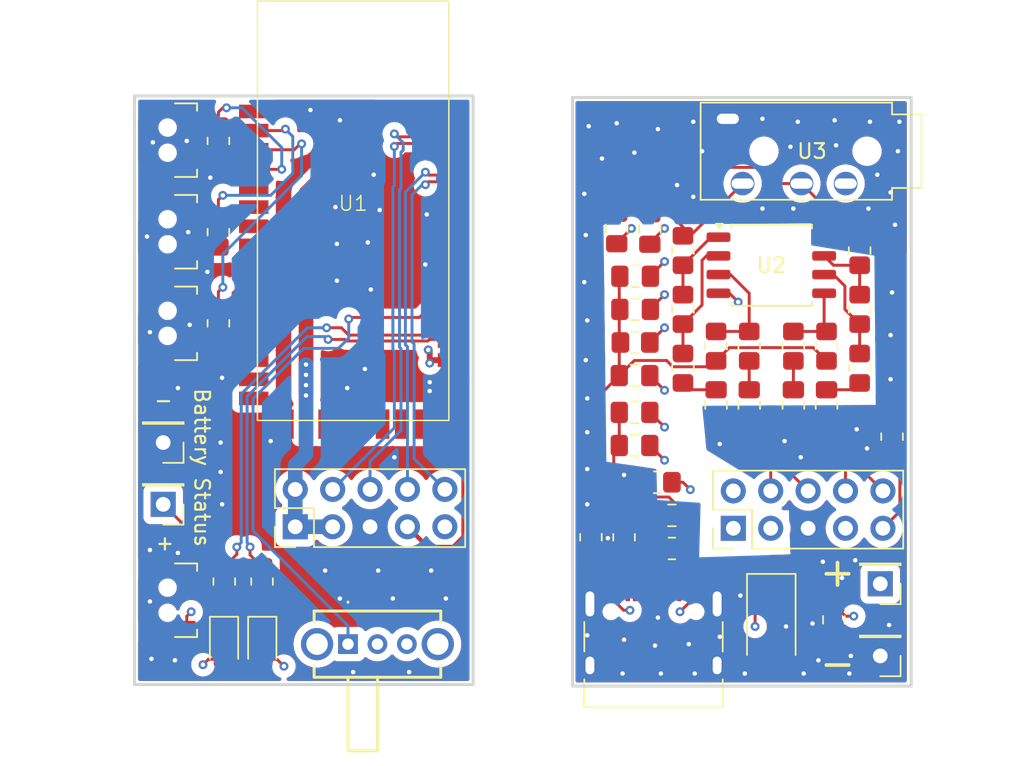
<source format=kicad_pcb>
(kicad_pcb (version 20241229) (generator "pcbnew") (generator_version "9.0")
  (layers (0 "F.Cu" signal) (4 "In1.Cu" signal) (6 "In2.Cu" signal) (2 "B.Cu" signal) (13 "F.Paste" user) (15 "B.Paste" user) (5 "F.SilkS" user "F.Silkscreen") (7 "B.SilkS" user "B.Silkscreen") (1 "F.Mask" user) (3 "B.Mask" user) (25 "Edge.Cuts" user))
  (net 0 "")
  (net 1 "GND")
  (net 2 "/VCHG")
  (net 4 "/MFB")
  (net 5 "/SPK_AN")
  (net 15 "Net-(U1-PIO8)")
  (net 18 "/LED2")
  (net 23 "Net-(U1-PIO1)")
  (net 26 "/VBAT")
  (net 28 "/SPK_AP")
  (net 29 "Net-(U1-PIO0)")
  (net 30 "/SPK_BP")
  (net 32 "/LED0")
  (net 37 "/SPK_BN")
  (net 38 "AGND")
  (net 39 "/VREF")
  (net 40 "Net-(C6-Pad2)")
  (net 41 "Net-(C7-Pad2)")
  (net 42 "Net-(C8-Pad2)")
  (net 43 "Net-(C9-Pad2)")
  (net 44 "Net-(D1-K)")
  (net 45 "Net-(D2-K)")
  (net 48 "Net-(J2-CC1)")
  (net 49 "Net-(J2-CC2)")
  (net 54 "Net-(R1-Pad1)")
  (net 55 "Net-(R2-Pad1)")
  (net 56 "Net-(R3-Pad1)")
  (net 57 "Net-(U2A--)")
  (net 58 "Net-(U2A-+)")
  (net 59 "Net-(R20-Pad1)")
  (net 60 "Net-(U2B--)")
  (net 61 "Net-(U2B-+)")
  (net 62 "Net-(R12-Pad2)")
  (net 63 "Net-(U3-Tip)")
  (net 64 "Net-(U3-Ring1)")
  (net 66 "Net-(J6-Pin_1)")
  (net 67 "/1V8")
  (net 68 "Net-(U2C-V+)")
  (footprint "TS-A002:TST-A002_0.6MM_BOSS" (layer "F.Cu") (at 117 90.0175 90)
    (property "Reference" "SW6" (hide yes))
    (property "Value" "Battery Status")
  )
  (footprint "Connector_PinHeader_2.54mm:PinHeader_2x05_P2.54mm_Vertical" (layer "F.Cu") (at 155.42 85.1275 90)
    (property "Reference" "J1" (hide yes))
    (property "Value" "Bottom")
  )
  (footprint "Capacitor_SMD:C_0805_2012Metric_Pad1.18x1.45mm_HandSolder" (layer "F.Cu") (at 148.75 70.25)
    (property "Reference" "C5" (hide yes))
    (property "Value" "22uF")
  )
  (footprint "Resistor_SMD:R_0805_2012Metric_Pad1.20x1.40mm_HandSolder" (layer "F.Cu") (at 152 66.25 90)
    (property "Reference" "R20" (hide yes))
    (property "Value" "47")
  )
  (footprint "Resistor_SMD:R_0805_2012Metric_Pad1.20x1.40mm_HandSolder" (layer "F.Cu") (at 151.25 86.5 180)
    (property "Reference" "R16" (hide yes))
    (property "Value" "10k")
  )
  (footprint "BTM308:BTM308" (layer "F.Cu") (at 129.6 63.55)
    (property "Reference" "U1")
    (property "Value" "Bluetooth Module")
  )
  (footprint "Resistor_SMD:R_0805_2012Metric_Pad1.20x1.40mm_HandSolder" (layer "F.Cu") (at 120.45 71.2 90)
    (property "Reference" "R2" (hide yes))
    (property "Value" "1k")
  )
  (footprint "Resistor_SMD:R_0805_2012Metric_Pad1.20x1.40mm_HandSolder" (layer "F.Cu") (at 164 66.25 90)
    (property "Reference" "R19" (hide yes))
    (property "Value" "47")
  )
  (footprint "Capacitor_SMD:C_0805_2012Metric_Pad1.18x1.45mm_HandSolder" (layer "F.Cu") (at 148.7125 77.25)
    (property "Reference" "C4" (hide yes))
    (property "Value" "100nF")
  )
  (footprint "Resistor_SMD:R_0805_2012Metric_Pad1.20x1.40mm_HandSolder" (layer "F.Cu") (at 145.75 85.7375 90)
    (property "Reference" "R17" (hide yes))
    (property "Value" "5.1k")
  )
  (footprint "Capacitor_SMD:C_0805_2012Metric_Pad1.18x1.45mm_HandSolder" (layer "F.Cu") (at 148.7125 79.5)
    (property "Reference" "C3" (hide yes))
    (property "Value" "22uF")
  )
  (footprint "Capacitor_SMD:C_0805_2012Metric_Pad1.18x1.45mm_HandSolder" (layer "F.Cu") (at 151.25 84.25)
    (property "Reference" "C12" (hide yes))
    (property "Value" "10uf")
  )
  (footprint "Connector_PinHeader_2.54mm:PinHeader_1x01_P2.54mm_Vertical" (layer "F.Cu") (at 116.7 79.3 180)
    (property "Reference" "J7" (hide yes))
    (property "Value" "Battery -")
  )
  (footprint "Diode_SMD:D_SMA" (layer "F.Cu") (at 158 91.7375 -90)
    (property "Reference" "D3" (hide yes))
    (property "Value" "SMAJ6.0A")
  )
  (footprint "Package_SO:SOIC-8_5.3x5.3mm_P1.27mm" (layer "F.Cu") (at 158 67.25)
    (property "Reference" "U2")
    (property "Value" "OPA1678")
  )
  (footprint "Resistor_SMD:R_0805_2012Metric_Pad1.20x1.40mm_HandSolder" (layer "F.Cu") (at 154.25 72.75 -90)
    (property "Reference" "R9" (hide yes))
    (property "Value" "10k")
  )
  (footprint "TS-A002:TST-A002_0.6MM_BOSS" (layer "F.Cu") (at 117 64.975 90)
    (property "Reference" "SW1" (hide yes))
    (property "Value" "PLAY")
  )
  (footprint "Connector_PinHeader_2.54mm:PinHeader_1x01_P2.54mm_Vertical" (layer "F.Cu") (at 116.7 83.5 180)
    (property "Reference" "J6" (hide yes))
    (property "Value" "Battery +")
  )
  (footprint "Resistor_SMD:R_0805_2012Metric_Pad1.20x1.40mm_HandSolder" (layer "F.Cu") (at 152 74.25 90)
    (property "Reference" "R6" (hide yes))
    (property "Value" "10k")
  )
  (footprint "Resistor_SMD:R_0805_2012Metric_Pad1.20x1.40mm_HandSolder" (layer "F.Cu") (at 120.846667 88.75 -90)
    (property "Reference" "R5" (hide yes))
    (property "Value" "1k")
  )
  (footprint "Resistor_SMD:R_0805_2012Metric_Pad1.20x1.40mm_HandSolder" (layer "F.Cu") (at 156.5 72.75 90)
    (property "Reference" "R7" (hide yes))
    (property "Value" "10k")
  )
  (footprint "Resistor_SMD:R_0805_2012Metric_Pad1.20x1.40mm_HandSolder" (layer "F.Cu") (at 120.45 65 90)
    (property "Reference" "R1" (hide yes))
    (property "Value" "1k")
  )
  (footprint "Resistor_SMD:R_0805_2012Metric_Pad1.20x1.40mm_HandSolder" (layer "F.Cu") (at 161.75 72.75 -90)
    (property "Reference" "R13" (hide yes))
    (property "Value" "10k")
  )
  (footprint "Connector_PinHeader_2.54mm:PinHeader_1x01_P2.54mm_Vertical" (layer "F.Cu") (at 165.4 93.8 180)
    (property "Reference" "J4" (hide yes))
    (property "Value" "Battery -")
  )
  (footprint "TS-A002:TST-A002_0.6MM_BOSS" (layer "F.Cu") (at 117 71.2 90)
    (property "Reference" "SW2" (hide yes))
    (property "Value" "VOL-")
  )
  (footprint "Resistor_SMD:R_0805_2012Metric_Pad1.20x1.40mm_HandSolder" (layer "F.Cu") (at 123.413333 88.75 -90)
    (property "Reference" "R4" (hide yes))
    (property "Value" "1k")
  )
  (footprint "Resistor_SMD:R_0805_2012Metric_Pad1.20x1.40mm_HandSolder" (layer "F.Cu") (at 164 74.25 90)
    (property "Reference" "R10" (hide yes))
    (property "Value" "10k")
  )
  (footprint "Connector_PinHeader_2.54mm:PinHeader_1x01_P2.54mm_Vertical" (layer "F.Cu") (at 165.4 88.9 180)
    (property "Reference" "J3" (hide yes))
    (property "Value" "Battery +")
  )
  (footprint "LED_SMD:LED_0805_2012Metric_Pad1.15x1.40mm_HandSolder" (layer "F.Cu") (at 123.428333 93 -90)
    (property "Reference" "D2" (hide yes))
    (property "Value" "RED")
  )
  (footprint "Capacitor_SMD:C_0805_2012Metric_Pad1.18x1.45mm_HandSolder" (layer "F.Cu") (at 156.5 76.75 90)
    (property "Reference" "C8" (hide yes))
    (property "Value" "1uF")
  )
  (footprint "TS-A002:TST-A002_0.6MM_BOSS" (layer "F.Cu") (at 117 58.75 90)
    (property "Reference" "SW3" (hide yes))
    (property "Value" "VOL+")
  )
  (footprint "PJ-320A_Library:PJ-320A" (layer "F.Cu") (at 168.2 61.7 180)
    (property "Reference" "U3")
    (property "Value" "PJ-320A")
  )
  (footprint "Capacitor_SMD:C_0805_2012Metric_Pad1.18x1.45mm_HandSolder" (layer "F.Cu") (at 161.75 76.75 90)
    (property "Reference" "C6" (hide yes))
    (property "Value" "1uF")
  )
  (footprint "Resistor_SMD:R_0805_2012Metric_Pad1.20x1.40mm_HandSolder" (layer "F.Cu") (at 120.45 58.8 90)
    (property "Reference" "R3" (hide yes))
    (property "Value" "1k")
  )
  (footprint "Capacitor_SMD:C_0805_2012Metric_Pad1.18x1.45mm_HandSolder" (layer "F.Cu") (at 148.75 68)
    (property "Reference" "C10" (hide yes))
    (property "Value" "22uF")
  )
  (footprint "Resistor_SMD:R_0805_2012Metric_Pad1.20x1.40mm_HandSolder" (layer "F.Cu") (at 159.5 72.75 90)
    (property "Reference" "R11" (hide yes))
    (property "Value" "10k")
  )
  (footprint "Resistor_SMD:R_0805_2012Metric_Pad1.20x1.40mm_HandSolder" (layer "F.Cu") (at 148.75 72.5)
    (property "Reference" "R15" (hide yes))
    (property "Value" "10k")
  )
  (footprint "Capacitor_SMD:C_0805_2012Metric_Pad1.18x1.45mm_HandSolder" (layer "F.Cu") (at 147.5 64.75 90)
    (property "Reference" "C11" (hide yes))
    (property "Value" "220uF")
  )
  (footprint "Capacitor_SMD:C_0805_2012Metric_Pad1.18x1.45mm_HandSolder" (layer "F.Cu") (at 162.25 91.35 -90)
    (property "Reference" "C1" (hide yes))
    (property "Value" "220uF")
  )
  (footprint "Capacitor_SMD:C_0805_2012Metric_Pad1.18x1.45mm_HandSolder" (layer "F.Cu") (at 154.25 76.75 90)
    (property "Reference" "C7" (hide yes))
    (property "Value" "1uF")
  )
  (footprint "Capacitor_SMD:C_0805_2012Metric_Pad1.18x1.45mm_HandSolder" (layer "F.Cu") (at 148.7125 74.75 180)
    (property "Reference" "C13" (hide yes))
    (property "Value" "10uf")
  )
  (footprint "Resistor_SMD:R_0805_2012Metric_Pad1.20x1.40mm_HandSolder" (layer "F.Cu") (at 152 70.25 90)
    (property "Reference" "R8" (hide yes))
    (property "Value" "10k")
  )
  (footprint "Resistor_SMD:R_0805_2012Metric_Pad1.20x1.40mm_HandSolder" (layer "F.Cu") (at 164 70.25 90)
    (property "Reference" "R12" (hide yes))
    (property "Value" "10k")
  )
  (footprint "Resistor_SMD:R_0805_2012Metric_Pad1.20x1.40mm_HandSolder" (layer "F.Cu") (at 150.25 82)
    (property "Reference" "R14" (hide yes))
    (property "Value" "0")
  )
  (footprint "Capacitor_SMD:C_0805_2012Metric_Pad1.18x1.45mm_HandSolder" (layer "F.Cu") (at 159.5 76.75 90)
    (property "Reference" "C9" (hide yes))
    (property "Value" "1uF")
  )
  (footprint "Connector_PinHeader_2.54mm:PinHeader_2x05_P2.54mm_Vertical" (layer "F.Cu") (at 125.67 85.025 90)
    (property "Reference" "J5" (hide yes))
    (property "Value" "Top")
  )
  (footprint "Resistor_SMD:R_0805_2012Metric_Pad1.20x1.40mm_HandSolder" (layer "F.Cu") (at 148 85.7375 90)
    (property "Reference" "R18" (hide yes))
    (property "Value" "5.1k")
  )
  (footprint "Resistor_SMD:R_0805_2012Metric_Pad1.20x1.40mm_HandSolder" (layer "F.Cu") (at 166.2 78.9 90)
    (property "Reference" "R21" (hide yes))
    (property "Value" "0")
  )
  (footprint "KiCad:SLW8645745ARAND" (layer "F.Cu") (at 129.25 93)
    (property "Reference" "SW4" (hide yes))
    (property "Value" "ON/OFF" (hide yes))
  )
  (footprint "Connector_USB:USB_C_Receptacle_HRO_TYPE-C-31-M-12" (layer "F.Cu") (at 150 93.3975)
    (property "Reference" "J2" (hide yes))
    (property "Value" "USB_C_Receptacle_USB2.0_16P")
  )
  (footprint "LED_SMD:LED_0805_2012Metric_Pad1.15x1.40mm_HandSolder" (layer "F.Cu") (at 120.831667 93 -90)
    (property "Reference" "D1" (hide yes))
    (property "Value" "BLUE")
  )
  (footprint "Capacitor_SMD:C_0805_2012Metric_Pad1.18x1.45mm_HandSolder" (layer "F.Cu") (at 149.75 64.7875 90)
    (property "Reference" "C2" (hide yes))
    (property "Value" "220uF")
  )
  (gr_rect (start 144.5 55.8525) (end 167.5 95.8525) (stroke (width 0.2)) (fill no) (layer "Edge.Cuts"))
  (gr_rect (start 114.75 55.75) (end 137.75 95.75) (stroke (width 0.2)) (fill no) (layer "Edge.Cuts"))
  (gr_text "+" (at 163.9 87.2 180) (layer "F.SilkS") (effects (font (size 2 2) (thickness 0.25)) (justify left bottom)))
  (gr_text "-" (at 163.9 93.4 180) (layer "F.SilkS") (effects (font (size 2 2) (thickness 0.25)) (justify left bottom)))
  (gr_text "Battery Status" (at 118.75 81 270) (layer "F.SilkS") (effects (font (size 1 1)) (justify bottom)))
  (gr_text "-" (at 116 77 0) (layer "F.SilkS") (effects (font (size 1 1)) (justify left bottom)))
  (gr_text "+" (at 116.1 86.7 0) (layer "F.SilkS") (effects (font (size 1 1)) (justify left bottom)))
  (segment (start 125.1 78.1) (end 124 79.2) (width 0.2) (layer "F.Cu") (net 1))
  (segment (start 148.5 82) (end 149.25 82) (width 0.2) (layer "F.Cu") (net 1))
  (segment (start 146.9 85.8) (end 146.9375 85.8) (width 0.2) (layer "F.Cu") (net 1))
  (segment (start 160.8 91.6) (end 160.9 91.5) (width 0.2) (layer "F.Cu") (net 1))
  (segment (start 145.835 90.2675) (end 146.75 89.3525) (width 0.2) (layer "F.Cu") (net 1))
  (segment (start 161.225 91.5) (end 162.1125 92.3875) (width 0.2) (layer "F.Cu") (net 1))
  (segment (start 134.8 75.8) (end 134.8 75.2) (width 0.4) (layer "F.Cu") (net 1))
  (segment (start 145.75 84.7375) (end 145.75 83.75) (width 0.2) (layer "F.Cu") (net 1))
  (segment (start 162.1125 92.3875) (end 162.25 92.3875) (width 0.2) (layer "F.Cu") (net 1))
  (segment (start 125.1 78.05) (end 125.1 78.1) (width 0.2) (layer "F.Cu") (net 1))
  (segment (start 160.9 91.5) (end 161.225 91.5) (width 0.2) (layer "F.Cu") (net 1))
  (segment (start 145.75 83.75) (end 145.5 83.5) (width 0.2) (layer "F.Cu") (net 1))
  (segment (start 135 75) (end 134.8 75.2) (width 0.4) (layer "F.Cu") (net 1))
  (segment (start 148 81.5) (end 148.5 82) (width 0.2) (layer "F.Cu") (net 1))
  (segment (start 158 92.8) (end 158 93.7375) (width 0.2) (layer "F.Cu") (net 1))
  (segment (start 153.25 89.3525) (end 153.405 89.3525) (width 0.2) (layer "F.Cu") (net 1))
  (segment (start 145.68 90.2675) (end 145.835 90.2675) (width 0.2) (layer "F.Cu") (net 1))
  (segment (start 136.35 75) (end 135 75) (width 0.4) (layer "F.Cu") (net 1))
  (segment (start 146.9375 85.8) (end 148 84.7375) (width 0.2) (layer "F.Cu") (net 1))
  (segment (start 159 91.8) (end 158 92.8) (width 0.2) (layer "F.Cu") (net 1))
  (segment (start 153.405 89.3525) (end 154.32 90.2675) (width 0.2) (layer "F.Cu") (net 1))
  (via (at 153.3 59.5) (size 0.6) (drill 0.3) (layers "F.Cu" "B.Cu") (net 1))
  (via (at 164.6 63.4) (size 0.6) (drill 0.3) (layers "F.Cu" "B.Cu") (net 1))
  (via (at 157.4 63.4) (size 0.6) (drill 0.3) (layers "F.Cu" "B.Cu") (net 1))
  (via (at 154.5 79.4) (size 0.6) (drill 0.3) (layers "F.Cu" "B.Cu") (net 1))
  (via (at 118.4 65) (size 0.6) (drill 0.3) (layers "F.Cu" "B.Cu") (net 1))
  (via (at 127.7 88) (size 0.6) (drill 0.3) (layers "F.Cu" "B.Cu") (net 1))
  (via (at 146.5 60) (size 0.6) (drill 0.3) (layers "F.Cu" "B.Cu") (net 1))
  (via (at 145.5 76.3) (size 0.6) (drill 0.3) (layers "F.Cu" "B.Cu") (net 1))
  (via (at 145.5 81.1) (size 0.6) (drill 0.3) (layers "F.Cu" "B.Cu") (net 1))
  (via (at 145.5 83.5) (size 0.6) (drill 0.3) (layers "F.Cu" "B.Cu") (net 1))
  (via (at 145.5 71) (size 0.6) (drill 0.3) (layers "F.Cu" "B.Cu") (net 1))
  (via (at 156.2 95) (size 0.6) (drill 0.3) (layers "F.Cu" "B.Cu") (net 1))
  (via (at 160.8 91.6) (size 0.6) (drill 0.3) (layers "F.Cu" "B.Cu") (net 1))
  (via (at 166.1 62.3) (size 0.6) (drill 0.3) (layers "F.Cu" "B.Cu") (net 1))
  (via (at 120.6 79.3) (size 0.6) (drill 0.3) (layers "F.Cu" "B.Cu") (net 1))
  (via (at 130.6 65.7) (size 0.6) (drill 0.3) (layers "F.Cu" "B.Cu") (net 1))
  (via (at 115.6 65.3) (size 0.6) (drill 0.3) (layers "F.Cu" "B.Cu") (net 1))
  (via (at 131 61.1) (size 0.6) (drill 0.3) (layers "F.Cu" "B.Cu") (net 1))
  (via (at 128.4 63.3) (size 0.6) (drill 0.3) (layers "F.Cu" "B.Cu") (net 1))
  (via (at 147.5 57.6) (size 0.6) (drill 0.3) (layers "F.Cu" "B.Cu") (net 1))
  (via (at 145.4 73.7) (size 0.6) (drill 0.3) (layers "F.Cu" "B.Cu") (net 1))
  (via (at 160 80.3) (size 0.6) (drill 0.3) (layers "F.Cu" "B.Cu") (net 1))
  (via (at 163.7 87.3) (size 0.6) (drill 0.3) (layers "F.Cu" "B.Cu") (net 1))
  (via (at 115.8 90.1) (size 0.6) (drill 0.3) (layers "F.Cu" "B.Cu") (net 1))
  (via (at 160.2 95) (size 0.6) (drill 0.3) (layers "F.Cu" "B.Cu") (net 1))
  (via (at 134.8 75.2) (size 0.6) (drill 0.3) (layers "F.Cu" "B.Cu") (net 1))
  (via (at 166.4 64.5) (size 0.6) (drill 0.3) (layers "F.Cu" "B.Cu") (net 1))
  (via (at 130.8 68.9) (size 0.6) (drill 0.3) (layers "F.Cu" "B.Cu") (net 1))
  (via (at 166.7 57.5) (size 0.6) (drill 0.3) (layers "F.Cu" "B.Cu") (net 1))
  (via (at 151.6 61.8) (size 0.6) (drill 0.3) (layers "F.Cu" "B.Cu") (net 1))
  (via (at 128.7 57.4) (size 0.6) (drill 0.3) (layers "F.Cu" "B.Cu") (net 1))
  (via (at 117.7 75.6) (size 0.6) (drill 0.3) (layers "F.Cu" "B.Cu") (net 1))
  (via (at 119.7 67.7) (size 0.6) (drill 0.3) (layers "F.Cu" "B.Cu") (net 1))
  (via (at 117.7 86.8) (size 0.6) (drill 0.3) (layers "F.Cu" "B.Cu") (net 1))
  (via (at 166.1 72) (size 0.6) (drill 0.3) (layers "F.Cu" "B.Cu") (net 1))
  (via (at 148 92.7) (size 0.6) (drill 0.3) (layers "F.Cu" "B.Cu") (net 1))
  (via (at 166.2 69.1) (size 0.6) (drill 0.3) (layers "F.Cu" "B.Cu") (net 1))
  (via (at 150.3 91.2) (size 0.6) (drill 0.3) (layers "F.Cu" "B.Cu") (net 1))
  (via (at 145.3 68.4) (size 0.6) (drill 0.3) (layers "F.Cu" "B.Cu") (net 1))
  (via (at 128.5 65.8) (size 0.6) (drill 0.3) (layers "F.Cu" "B.Cu") (net 1))
  (via (at 115.8 86.6) (size 0.6) (drill 0.3) (layers "F.Cu" "B.Cu") (net 1))
  (via (at 162.4 59.1) (size 0.6) (drill 0.3) (layers "F.Cu" "B.Cu") (net 1))
  (via (at 118.3 58.8) (size 0.6) (drill 0.3) (layers "F.Cu" "B.Cu") (net 1))
  (via (at 166.6 59.5) (size 0.6) (drill 0.3) (layers "F.Cu" "B.Cu") (net 1))
  (via (at 164.5 79.7) (size 0.6) (drill 0.3) (layers "F.Cu" "B.Cu") (net 1))
  (via (at 159.5 63.4) (size 0.6) (drill 0.3) (layers "F.Cu" "B.Cu") (net 1))
  (via (at 146.9 85.8) (size 0.6) (drill 0.3) (layers "F.Cu" "B.Cu") (net 1))
  (via (at 155.9 89.7) (size 0.6) (drill 0.3) (layers "F.Cu" "B.Cu") (net 1))
  (via (at 150.3 58) (size 0.6) (drill 0.3) (layers "F.Cu" "B.Cu") (net 1))
  (via (at 166 91.7) (size 0.6) (drill 0.3) (layers "F.Cu" "B.Cu") (net 1))
  (via (at 145.5 92.4) (size 0.6) (drill 0.3) (layers "F.Cu" "B.Cu") (net 1))
  (via (at 134.6 63.8) (size 0.6) (drill 0.3) (layers "F.Cu" "B.Cu") (net 1))
  (via (at 166.1 75) (size 0.6) (drill 0.3) (layers "F.Cu" "B.Cu") (net 1))
  (via (at 120.7 83.5) (size 0.6) (drill 0.3) (layers "F.Cu" "B.Cu") (net 1))
  (via (at 163.4 93.8) (size 0.6) (drill 0.3) (layers "F.Cu" "B.Cu") (net 1))
  (via (at 162.3 57.4) (size 0.6) (drill 0.3) (layers "F.Cu" "B.Cu") (net 1))
  (via (at 159 91.8) (size 0.6) (drill 0.3) (layers "F.Cu" "B.Cu") (net 1))
  (via (at 152.8 95) (size 0.6) (drill 0.3) (layers "F.Cu" "B.Cu") (net 1))
  (via (at 120.6 81.3) (size 0.6) (drill 0.3) (layers "F.Cu" "B.Cu") (net 1))
  (via (at 134.8 75.8) (size 0.6) (drill 0.3) (layers "F.Cu" "B.Cu") (net 1))
  (via (at 134.5 67.2) (size 0.6) (drill 0.3) (layers "F.Cu" "B.Cu") (net 1))
  (via (at 115.9 94) (size 0.6) (drill 0.3) (layers "F.Cu" "B.Cu") (net 1))
  (via (at 118.5 71.3) (size 0.6) (drill 0.3) (layers "F.Cu" "B.Cu") (net 1))
  (via (at 145.3 62.4) (size 0.6) (drill 0.3) (layers "F.Cu" "B.Cu") (net 1))
  (via (at 129.2 75.6) (size 0.6) (drill 0.3) (layers "F.Cu" "B.Cu") (net 1))
  (via (at 130.4 74.3) (size 0.6) (drill 0.3) (layers "F.Cu" "B.Cu") (net 1))
  (via (at 147.9 95) (size 0.6) (drill 0.3) (layers "F.Cu" "B.Cu") (net 1))
  (via (at 164.7 57.5) (size 0.6) (drill 0.3) (layers "F.Cu" "B.Cu") (net 1))
  (via (at 154.5 92.5) (size 0.6) (drill 0.3) (layers "F.Cu" "B.Cu") (net 1))
  (via (at 126.7 56.7) (size 0.6) (drill 0.3) (layers "F.Cu" "B.Cu") (net 1))
  (via (at 129.6 94.9) (size 0.6) (drill 0.3) (layers "F.Cu" "B.Cu") (net 1))
  (via (at 131.3 88) (size 0.6) (drill 0.3) (layers "F.Cu" "B.Cu") (net 1))
  (via (at 119.9 61.3) (size 0.6) (drill 0.3) (layers "F.Cu" "B.Cu") (net 1))
  (via (at 162.8 88.5) (size 0.6) (drill 0.3) (layers "F.Cu" "B.Cu") (net 1))
  (via (at 132.4 80.3) (size 0.6) (drill 0.3) (layers "F.Cu" "B.Cu") (net 1))
  (via (at 148 81.5) (size 0.6) (drill 0.3) (layers "F.Cu" "B.Cu") (net 1))
  (via (at 159.8 57.5) (size 0.6) (drill 0.3) (layers "F.Cu" "B.Cu") (net 1))
  (via (at 131.4 63.5) (size 0.6) (drill 0.3) (layers "F.Cu" "B.Cu") (net 1))
  (via (at 163.8 78.4) (size 0.6) (drill 0.3) (layers "F.Cu" "B.Cu") (net 1))
  (via (at 152.7 62.6) (size 0.6) (drill 0.3) (layers "F.Cu" "B.Cu") (net 1))
  (via (at 150.1 93.1) (size 0.6) (drill 0.3) (layers "F.Cu" "B.Cu") (net 1))
  (via (at 150.5 95) (size 0.6) (drill 0.3) (layers "F.Cu" "B.Cu") (net 1))
  (via (at 159.3 59.2) (size 0.6) (drill 0.3) (layers "F.Cu" "B.Cu") (net 1))
  (via (at 120.7 74.9) (size 0.6) (drill 0.3) (layers "F.Cu" "B.Cu") (net 1))
  (via (at 145.4 65.2) (size 0.6) (drill 0.3) (layers "F.Cu" "B.Cu") (net 1))
  (via (at 128.7 89.9) (size 0.6) (drill 0.3) (layers "F.Cu" "B.Cu") (net 1))
  (via (at 152.4 93) (size 0.6) (drill 0.3) (layers "F.Cu" "B.Cu") (net 1))
  (via (at 128.5 68.3) (size 0.6) (drill 0.3) (layers "F.Cu" "B.Cu") (net 1))
  (via (at 133.4 94.9) (size 0.6) (drill 0.3) (layers "F.Cu" "B.Cu") (net 1))
  (via (at 134.9 88) (size 0.6) (drill 0.3) (layers "F.Cu" "B.Cu") (net 1))
  (via (at 158.9 79.2) (size 0.6) (drill 0.3) (layers "F.Cu" "B.Cu") (net 1))
  (via (at 163.3 95) (size 0.6) (drill 0.3) (layers "F.Cu" "B.Cu") (net 1))
  (via (at 145.5 78.6) (size 0.6) (drill 0.3) (layers "F.Cu" "B.Cu") (net 1))
  (via (at 161.5 87.4) (size 0.6) (drill 0.3) (layers "F.Cu" "B.Cu") (net 1))
  (via (at 116 58.9) (size 0.6) (drill 0.3) (layers "F.Cu" "B.Cu") (net 1))
  (via (at 148.7 59.6) (size 0.6) (drill 0.3) (layers "F.Cu" "B.Cu") (net 1))
  (via (at 161.2 94.1) (size 0.6) (drill 0.3) (layers "F.Cu" "B.Cu") (net 1))
  (via (at 145.6 57.8) (size 0.6) (drill 0.3) (layers "F.Cu" "B.Cu") (net 1))
  (via (at 115.8 71.8) (size 0.6) (drill 0.3) (layers "F.Cu" "B.Cu") (net 1))
  (via (at 132.3 89.9) (size 0.6) (drill 0.3) (layers "F.Cu" "B.Cu") (net 1))
  (via (at 135.9 89.9) (size 0.6) (drill 0.3) (layers "F.Cu" "B.Cu") (net 1))
  (via (at 165.2 61.1) (size 0.6) (drill 0.3) (layers "F.Cu" "B.Cu") (net 1))
  (via (at 124 79.2) (size 0.6) (drill 0.3) (layers "F.Cu" "B.Cu") (net 1))
  (via (at 117.5 94.1) (size 0.6) (drill 0.3) (layers "F.Cu" "B.Cu") (net 1))
  (via (at 157.4 57.3) (size 0.6) (drill 0.3) (layers "F.Cu" "B.Cu") (net 1))
  (via (at 152.7 57.5) (size 0.6) (drill 0.3) (layers "F.Cu" "B.Cu") (net 1))
  (segment (start 152.45 89.3525) (end 152.45 90.15) (width 0.2) (layer "F.Cu") (net 2))
  (segment (start 152.45 90.15) (end 151.8 90.8) (width 0.2) (layer "F.Cu") (net 2))
  (segment (start 137.1 85.7) (end 136.4 86.4) (width 0.3) (layer "F.Cu") (net 2))
  (segment (start 147.55 89.3525) (end 147.55 90.2775) (width 0.2) (layer "F.Cu") (net 2))
  (segment (start 158 89.9) (end 158 89.7375) (width 0.2) (layer "F.Cu") (net 2))
  (segment (start 134.665 86.4) (end 133.29 85.025) (width 0.3) (layer "F.Cu") (net 2))
  (segment (start 147.55 90.2775) (end 147.9725 90.7) (width 0.2) (layer "F.Cu") (net 2))
  (segment (start 147.9725 90.7) (end 148.4 90.7) (width 0.2) (layer "F.Cu") (net 2))
  (segment (start 137.1 77.05) (end 137.1 85.7) (width 0.3) (layer "F.Cu") (net 2))
  (segment (start 136.4 86.4) (end 134.665 86.4) (width 0.3) (layer "F.Cu") (net 2))
  (segment (start 156.9 91) (end 158 89.9) (width 0.2) (layer "F.Cu") (net 2))
  (segment (start 136.35 76.3) (end 137.1 77.05) (width 0.3) (layer "F.Cu") (net 2))
  (segment (start 156.9 91.8) (end 156.9 91) (width 0.2) (layer "F.Cu") (net 2))
  (via (at 148.4 90.7) (size 0.6) (drill 0.3) (layers "F.Cu" "B.Cu") (net 2))
  (via (at 156.9 91.8) (size 0.6) (drill 0.3) (layers "F.Cu" "B.Cu") (net 2))
  (via (at 151.8 90.8) (size 0.6) (drill 0.3) (layers "F.Cu" "B.Cu") (net 2))
  (segment (start 129.4 70.8) (end 134.1 70.8) (width 0.2) (layer "F.Cu") (net 4))
  (segment (start 129.3 70.9) (end 129.4 70.8) (width 0.2) (layer "F.Cu") (net 4))
  (segment (start 134.1 70.8) (end 135.1 69.8) (width 0.2) (layer "F.Cu") (net 4))
  (segment (start 135.1 69.8) (end 136.35 69.8) (width 0.2) (layer "F.Cu") (net 4))
  (via (at 129.3 70.9) (size 0.6) (drill 0.3) (layers "F.Cu" "B.Cu") (net 4))
  (segment (start 129.3 70.9) (end 129.3 72.2) (width 0.2) (layer "B.Cu") (net 4))
  (segment (start 122.801 85.301) (end 129.25 91.75) (width 0.2) (layer "B.Cu") (net 4))
  (segment (start 129.3 72.2) (end 128.6 72.9) (width 0.2) (layer "B.Cu") (net 4))
  (segment (start 122.801 76.3332) (end 122.801 85.301) (width 0.2) (layer "B.Cu") (net 4))
  (segment (start 128.6 72.9) (end 126.2342 72.9) (width 0.2) (layer "B.Cu") (net 4))
  (segment (start 129.25 91.75) (end 129.25 93) (width 0.2) (layer "B.Cu") (net 4))
  (segment (start 126.2342 72.9) (end 122.801 76.3332) (width 0.2) (layer "B.Cu") (net 4))
  (segment (start 157.501103 80.225) (end 156.156802 80.225) (width 0.2) (layer "F.Cu") (net 5))
  (segment (start 154.25 77.925) (end 154.25 77.7875) (width 0.2) (layer "F.Cu") (net 5))
  (segment (start 135.925001 58.975001) (end 132.599999 58.975001) (width 0.2) (layer "F.Cu") (net 5))
  (segment (start 155.15 78.825) (end 154.25 77.925) (width 0.2) (layer "F.Cu") (net 5))
  (segment (start 156.156802 80.225) (end 155.15 79.218198) (width 0.2) (layer "F.Cu") (net 5))
  (segment (start 132.599999 58.975001) (end 132.4 59.175) (width 0.2) (layer "F.Cu") (net 5))
  (segment (start 157.96 82.5875) (end 157.96 80.683897) (width 0.2) (layer "F.Cu") (net 5))
  (segment (start 155.15 79.218198) (end 155.15 78.825) (width 0.2) (layer "F.Cu") (net 5))
  (segment (start 157.96 80.683897) (end 157.501103 80.225) (width 0.2) (layer "F.Cu") (net 5))
  (segment (start 136.35 59.4) (end 135.925001 58.975001) (width 0.2) (layer "F.Cu") (net 5))
  (via (at 132.4 59.175) (size 0.6) (drill 0.3) (layers "F.Cu" "B.Cu") (net 5))
  (segment (start 132.4 59.175) (end 132.4 61.828004) (width 0.2) (layer "B.Cu") (net 5))
  (segment (start 132.29904 61.928964) (end 132.29904 73.003976) (width 0.2) (layer "B.Cu") (net 5))
  (segment (start 132.29904 73.003976) (end 132.4 73.104936) (width 0.2) (layer "B.Cu") (net 5))
  (segment (start 132.4 61.828004) (end 132.29904 61.928964) (width 0.2) (layer "B.Cu") (net 5))
  (segment (start 132.4 78.295) (end 128.21 82.485) (width 0.2) (layer "B.Cu") (net 5))
  (segment (start 132.4 73.104936) (end 132.4 78.295) (width 0.2) (layer "B.Cu") (net 5))
  (segment (start 125 58) (end 124.9 58.1) (width 0.2) (layer "F.Cu") (net 15))
  (segment (start 120.45 62.8) (end 120.75 62.5) (width 0.2) (layer "F.Cu") (net 15))
  (segment (start 120.45 64) (end 120.45 62.8) (width 0.2) (layer "F.Cu") (net 15))
  (segment (start 124.9 58.1) (end 122.85 58.1) (width 0.2) (layer "F.Cu") (net 15))
  (via (at 125 58) (size 0.6) (drill 0.3) (layers "F.Cu" "B.Cu") (net 15))
  (via (at 120.75 62.5) (size 0.6) (drill 0.3) (layers "F.Cu" "B.Cu") (net 15))
  (segment (start 125.5 58.5) (end 125 58) (width 0.2) (layer "B.Cu") (net 15))
  (segment (start 125.5 61) (end 125.5 58.5) (width 0.2) (layer "B.Cu") (net 15))
  (segment (start 124 62.5) (end 125.5 61) (width 0.2) (layer "B.Cu") (net 15))
  (segment (start 120.75 62.5) (end 124 62.5) (width 0.2) (layer "B.Cu") (net 15))
  (segment (start 136.05 71.4) (end 136.35 71.1) (width 0.2) (layer "F.Cu") (net 18))
  (segment (start 134.501 71.999) (end 135.1 71.4) (width 0.2) (layer "F.Cu") (net 18))
  (segment (start 128.8 71.5) (end 129.299 71.999) (width 0.2) (layer "F.Cu") (net 18))
  (segment (start 121.7 86.4) (end 121.7 86.896667) (width 0.2) (layer "F.Cu") (net 18))
  (segment (start 129.299 71.999) (end 134.501 71.999) (width 0.2) (layer "F.Cu") (net 18))
  (segment (start 121.7 86.896667) (end 120.846667 87.75) (width 0.2) (layer "F.Cu") (net 18))
  (segment (start 135.1 71.4) (end 136.05 71.4) (width 0.2) (layer "F.Cu") (net 18))
  (segment (start 127.8 71.5) (end 128.8 71.5) (width 0.2) (layer "F.Cu") (net 18))
  (via (at 121.7 86.4) (size 0.6) (drill 0.3) (layers "F.Cu" "B.Cu") (net 18))
  (via (at 127.8 71.5) (size 0.6) (drill 0.3) (layers "F.Cu" "B.Cu") (net 18))
  (segment (start 121.999 86.101) (end 121.7 86.4) (width 0.2) (layer "B.Cu") (net 18))
  (segment (start 126.5 71.5) (end 121.999 76.001) (width 0.2) (layer "B.Cu") (net 18))
  (segment (start 127.8 71.5) (end 126.5 71.5) (width 0.2) (layer "B.Cu") (net 18))
  (segment (start 121.999 76.001) (end 121.999 86.101) (width 0.2) (layer "B.Cu") (net 18))
  (segment (start 120.45 69.05) (end 120.75 68.75) (width 0.2) (layer "F.Cu") (net 23))
  (segment (start 126 59) (end 125.6 59.4) (width 0.2) (layer "F.Cu") (net 23))
  (segment (start 126.1 59) (end 126 59) (width 0.2) (layer "F.Cu") (net 23))
  (segment (start 120.45 70.2) (end 120.45 69.05) (width 0.2) (layer "F.Cu") (net 23))
  (segment (start 125.6 59.4) (end 122.85 59.4) (width 0.2) (layer "F.Cu") (net 23))
  (via (at 126.1 59) (size 0.6) (drill 0.3) (layers "F.Cu" "B.Cu") (net 23))
  (via (at 120.75 68.75) (size 0.6) (drill 0.3) (layers "F.Cu" "B.Cu") (net 23))
  (segment (start 126.1 59) (end 126.1 61.15) (width 0.2) (layer "B.Cu") (net 23))
  (segment (start 126.1 61.15) (end 120.75 66.5) (width 0.2) (layer "B.Cu") (net 23))
  (segment (start 120.75 66.5) (end 120.75 68.75) (width 0.2) (layer "B.Cu") (net 23))
  (segment (start 165.58 85.1275) (end 166.731 83.9765) (width 0.2) (layer "F.Cu") (net 26))
  (segment (start 166.731 80.431) (end 166.2 79.9) (width 0.2) (layer "F.Cu") (net 26))
  (segment (start 147.675 79.5) (end 147.675 77.25) (width 0.2) (layer "F.Cu") (net 26))
  (segment (start 134.8 73.1) (end 134.8 73.9) (width 0.4) (layer "F.Cu") (net 26))
  (segment (start 148.101 83.001) (end 147.3 82.2) (width 0.2) (layer "F.Cu") (net 26))
  (segment (start 135 73.7) (end 134.8 73.9) (width 0.4) (layer "F.Cu") (net 26))
  (segment (start 120.831667 94.025) (end 119.775 94.025) (width 0.2) (layer "F.Cu") (net 26))
  (segment (start 136.35 73.7) (end 135 73.7) (width 0.4) (layer "F.Cu") (net 26))
  (segment (start 152.25 84.2875) (end 152.2875 84.25) (width 0.2) (layer "F.Cu") (net 26))
  (segment (start 147.3 82.2) (end 147.3 79.875) (width 0.2) (layer "F.Cu") (net 26))
  (segment (start 163.0375 91.1) (end 162.25 90.3125) (width 0.2) (layer "F.Cu") (net 26))
  (segment (start 159.7375 87.8) (end 153.55 87.8) (width 0.2) (layer "F.Cu") (net 26))
  (segment (start 119.775 94.025) (end 119.4 94.4) (width 0.2) (layer "F.Cu") (net 26))
  (segment (start 162.25 90.3125) (end 159.7375 87.8) (width 0.2) (layer "F.Cu") (net 26))
  (segment (start 152.25 86.5) (end 152.25 84.2875) (width 0.2) (layer "F.Cu") (net 26))
  (segment (start 123.428333 94.025) (end 124.425 94.025) (width 0.2) (layer "F.Cu") (net 26))
  (segment (start 166.731 83.9765) (end 166.731 80.431) (width 0.2) (layer "F.Cu") (net 26))
  (segment (start 152.2875 84.25) (end 151.0385 83.001) (width 0.2) (layer "F.Cu") (net 26))
  (segment (start 118.3 91.7175) (end 118.3 91.1) (width 0.2) (layer "F.Cu") (net 26))
  (segment (start 118.3 91.1) (end 118.6 90.8) (width 0.2) (layer "F.Cu") (net 26))
  (segment (start 147.3 79.875) (end 147.675 79.5) (width 0.2) (layer "F.Cu") (net 26))
  (segment (start 151.0385 83.001) (end 148.101 83.001) (width 0.2) (layer "F.Cu") (net 26))
  (segment (start 134.7 73) (end 134.8 73.1) (width 0.4) (layer "F.Cu") (net 26))
  (segment (start 124.425 94.025) (end 124.9 94.5) (width 0.2) (layer "F.Cu") (net 26))
  (segment (start 163.6 91.1) (end 163.0375 91.1) (width 0.2) (layer "F.Cu") (net 26))
  (segment (start 153.55 87.8) (end 152.25 86.5) (width 0.2) (layer "F.Cu") (net 26))
  (via (at 118.6 90.8) (size 0.6) (drill 0.3) (layers "F.Cu" "B.Cu") (net 26))
  (via (at 124.9 94.5) (size 0.6) (drill 0.3) (layers "F.Cu" "B.Cu") (net 26))
  (via (at 119.4 94.4) (size 0.6) (drill 0.3) (layers "F.Cu" "B.Cu") (net 26))
  (via (at 134.7 73) (size 0.6) (drill 0.3) (layers "F.Cu" "B.Cu") (net 26))
  (via (at 134.8 73.9) (size 0.6) (drill 0.3) (layers "F.Cu" "B.Cu") (net 26))
  (via (at 163.6 91.1) (size 0.6) (drill 0.3) (layers "F.Cu" "B.Cu") (net 26))
  (segment (start 157.6875 79.775) (end 156.343198 79.775) (width 0.2) (layer "F.Cu") (net 28))
  (segment (start 155.6 78.825) (end 156.5 77.925) (width 0.2) (layer "F.Cu") (net 28))
  (segment (start 135.925001 58.524999) (end 132.599999 58.524999) (width 0.2) (layer "F.Cu") (net 28))
  (segment (start 136.35 58.1) (end 135.925001 58.524999) (width 0.2) (layer "F.Cu") (net 28))
  (segment (start 156.343198 79.775) (end 155.6 79.031802) (width 0.2) (layer "F.Cu") (net 28))
  (segment (start 156.5 77.925) (end 156.5 77.7875) (width 0.2) (layer "F.Cu") (net 28))
  (segment (start 155.6 79.031802) (end 155.6 78.825) (width 0.2) (layer "F.Cu") (net 28))
  (segment (start 160.5 82.5875) (end 157.6875 79.775) (width 0.2) (layer "F.Cu") (net 28))
  (segment (start 132.599999 58.524999) (end 132.4 58.325) (width 0.2) (layer "F.Cu") (net 28))
  (via (at 132.4 58.325) (size 0.6) (drill 0.3) (layers "F.Cu" "B.Cu") (net 28))
  (segment (start 132.4 58.325) (end 132.85 58.775) (width 0.2) (layer "B.Cu") (net 28))
  (segment (start 132.85 72.918568) (end 132.85 78.481397) (width 0.2) (layer "B.Cu") (net 28))
  (segment (start 133.001 59.423943) (end 132.85 59.574943) (width 0.2) (layer "B.Cu") (net 28))
  (segment (start 132.85 78.481397) (end 130.75 80.581397) (width 0.2) (layer "B.Cu") (net 28))
  (segment (start 132.85 62.014372) (end 132.74902 62.115352) (width 0.2) (layer "B.Cu") (net 28))
  (segment (start 130.75 80.581397) (end 130.75 82.485) (width 0.2) (layer "B.Cu") (net 28))
  (segment (start 132.85 58.775) (end 132.85 58.775057) (width 0.2) (layer "B.Cu") (net 28))
  (segment (start 132.74902 72.817588) (end 132.85 72.918568) (width 0.2) (layer "B.Cu") (net 28))
  (segment (start 133.001 58.926057) (end 133.001 59.423943) (width 0.2) (layer "B.Cu") (net 28))
  (segment (start 132.85 59.574943) (end 132.85 62.014372) (width 0.2) (layer "B.Cu") (net 28))
  (segment (start 132.85 58.775057) (end 133.001 58.926057) (width 0.2) (layer "B.Cu") (net 28))
  (segment (start 132.74902 62.115352) (end 132.74902 72.817588) (width 0.2) (layer "B.Cu") (net 28))
  (segment (start 121 56.55) (end 120.75 56.55) (width 0.2) (layer "F.Cu") (net 29))
  (segment (start 120.75 56.55) (end 120.45 56.85) (width 0.2) (layer "F.Cu") (net 29))
  (segment (start 124.75 60.731671) (end 122.881671 60.731671) (width 0.2) (layer "F.Cu") (net 29))
  (segment (start 120.45 56.85) (end 120.45 57.8) (width 0.2) (layer "F.Cu") (net 29))
  (segment (start 122.881671 60.731671) (end 122.85 60.7) (width 0.2) (layer "F.Cu") (net 29))
  (via (at 121 56.55) (size 0.6) (drill 0.3) (layers "F.Cu" "B.Cu") (net 29))
  (via (at 124.75 60.731671) (size 0.6) (drill 0.3) (layers "F.Cu" "B.Cu") (net 29))
  (segment (start 121 56.55) (end 122.05 56.55) (width 0.2) (layer "B.Cu") (net 29))
  (segment (start 124.75 59.25) (end 124.75 60.731671) (width 0.2) (layer "B.Cu") (net 29))
  (segment (start 122.05 56.55) (end 124.75 59.25) (width 0.2) (layer "B.Cu") (net 29))
  (segment (start 163.04 82.5875) (end 163.04 80.683897) (width 0.2) (layer "F.Cu") (net 30))
  (segment (start 159.5 77.925) (end 159.5 77.7875) (width 0.2) (layer "F.Cu") (net 30))
  (segment (start 160.4 79.468198) (end 160.4 78.825) (width 0.2) (layer "F.Cu") (net 30))
  (segment (start 134.706471 61.124999) (end 134.506472 60.925) (width 0.2) (layer "F.Cu") (net 30))
  (segment (start 135.925001 61.124999) (end 134.706471 61.124999) (width 0.2) (layer "F.Cu") (net 30))
  (segment (start 162.581103 80.225) (end 161.156802 80.225) (width 0.2) (layer "F.Cu") (net 30))
  (segment (start 161.156802 80.225) (end 160.4 79.468198) (width 0.2) (layer "F.Cu") (net 30))
  (segment (start 160.4 78.825) (end 159.5 77.925) (width 0.2) (layer "F.Cu") (net 30))
  (segment (start 163.04 80.683897) (end 162.581103 80.225) (width 0.2) (layer "F.Cu") (net 30))
  (segment (start 136.35 60.7) (end 135.925001 61.124999) (width 0.2) (layer "F.Cu") (net 30))
  (via (at 134.506472 60.925) (size 0.6) (drill 0.3) (layers "F.Cu" "B.Cu") (net 30))
  (segment (start 133.15002 72.651488) (end 133.29 72.791468) (width 0.2) (layer "B.Cu") (net 30))
  (segment (start 133.15002 62.281452) (end 133.15002 72.651488) (width 0.2) (layer "B.Cu") (net 30))
  (segment (start 134.506472 60.925) (end 133.15002 62.281452) (width 0.2) (layer "B.Cu") (net 30))
  (segment (start 133.29 72.791468) (end 133.29 82.485) (width 0.2) (layer "B.Cu") (net 30))
  (segment (start 127.9 72.293726) (end 129.026626 72.293726) (width 0.2) (layer "F.Cu") (net 32))
  (segment (start 129.026626 72.293726) (end 129.1329 72.4) (width 0.2) (layer "F.Cu") (net 32))
  (segment (start 122.6 86.4) (end 122.6 86.936667) (width 0.2) (layer "F.Cu") (net 32))
  (segment (start 122.6 86.936667) (end 123.413333 87.75) (width 0.2) (layer "F.Cu") (net 32))
  (segment (start 136.243726 72.293726) (end 136.35 72.4) (width 0.2) (layer "F.Cu") (net 32))
  (segment (start 129.1329 72.4) (end 134.6671 72.4) (width 0.2) (layer "F.Cu") (net 32))
  (segment (start 134.6671 72.4) (end 134.773374 72.293726) (width 0.2) (layer "F.Cu") (net 32))
  (segment (start 134.773374 72.293726) (end 136.243726 72.293726) (width 0.2) (layer "F.Cu") (net 32))
  (via (at 127.9 72.293726) (size 0.6) (drill 0.3) (layers "F.Cu" "B.Cu") (net 32))
  (via (at 122.6 86.4) (size 0.6) (drill 0.3) (layers "F.Cu" "B.Cu") (net 32))
  (segment (start 126.4671 72.1) (end 122.4 76.1671) (width 0.2) (layer "B.Cu") (net 32))
  (segment (start 127.9 72.293726) (end 127.706274 72.1) (width 0.2) (layer "B.Cu") (net 32))
  (segment (start 122.4 76.1671) (end 122.4 86.099997) (width 0.2) (layer "B.Cu") (net 32))
  (segment (start 122.4 86.099997) (end 122.700003 86.4) (width 0.2) (layer "B.Cu") (net 32))
  (segment (start 122.700003 86.4) (end 122.6 86.4) (width 0.2) (layer "B.Cu") (net 32))
  (segment (start 127.706274 72.1) (end 126.4671 72.1) (width 0.2) (layer "B.Cu") (net 32))
  (segment (start 161.75 77.925) (end 161.75 77.7875) (width 0.2) (layer "F.Cu") (net 37))
  (segment (start 162.7675 79.775) (end 161.343198 79.775) (width 0.2) (layer "F.Cu") (net 37))
  (segment (start 134.706471 61.575001) (end 134.506472 61.775) (width 0.2) (layer "F.Cu") (net 37))
  (segment (start 161.343198 79.775) (end 160.85 79.281802) (width 0.2) (layer "F.Cu") (net 37))
  (segment (start 165.58 82.5875) (end 162.7675 79.775) (width 0.2) (layer "F.Cu") (net 37))
  (segment (start 160.85 78.825) (end 161.75 77.925) (width 0.2) (layer "F.Cu") (net 37))
  (segment (start 136.35 62) (end 135.925001 61.575001) (width 0.2) (layer "F.Cu") (net 37))
  (segment (start 135.925001 61.575001) (end 134.706471 61.575001) (width 0.2) (layer "F.Cu") (net 37))
  (segment (start 160.85 79.281802) (end 160.85 78.825) (width 0.2) (layer "F.Cu") (net 37))
  (via (at 134.506472 61.775) (size 0.6) (drill 0.3) (layers "F.Cu" "B.Cu") (net 37))
  (segment (start 133.6 62.467869) (end 133.6 72.4651) (width 0.2) (layer "B.Cu") (net 37))
  (segment (start 134.292869 61.775) (end 133.6 62.467869) (width 0.2) (layer "B.Cu") (net 37))
  (segment (start 133.740001 80.395001) (end 135.83 82.485) (width 0.2) (layer "B.Cu") (net 37))
  (segment (start 133.6 72.4651) (end 133.740001 72.605101) (width 0.2) (layer "B.Cu") (net 37))
  (segment (start 133.740001 72.605101) (end 133.740001 80.395001) (width 0.2) (layer "B.Cu") (net 37))
  (segment (start 134.506472 61.775) (end 134.292869 61.775) (width 0.2) (layer "B.Cu") (net 37))
  (segment (start 151.25 82) (end 152 82) (width 0.2) (layer "F.Cu") (net 38))
  (segment (start 149.7875 68) (end 149.7875 67.9625) (width 0.2) (layer "F.Cu") (net 38))
  (segment (start 149.75 65.825) (end 149.75 65.75) (width 0.2) (layer "F.Cu") (net 38))
  (segment (start 149.75 72.5) (end 150.75 71.5) (width 0.2) (layer "F.Cu") (net 38))
  (segment (start 149.75 77.25) (end 150.75 78.25) (width 0.2) (layer "F.Cu") (net 38))
  (segment (start 149.75 74.75) (end 150.75 75.75) (width 0.2) (layer "F.Cu") (net 38))
  (segment (start 149.75 79.5) (end 150.75 80.5) (width 0.2) (layer "F.Cu") (net 38))
  (segment (start 147.5 65.7875) (end 147.5 65.75) (width 0.2) (layer "F.Cu") (net 38))
  (segment (start 126.4 74.7) (end 126.4 74) (width 1) (layer "F.Cu") (net 38))
  (segment (start 126.4 76.1) (end 126.4 75.4) (width 1) (layer "F.Cu") (net 38))
  (segment (start 149.7875 70.25) (end 149.7875 70.2125) (width 0.2) (layer "F.Cu") (net 38))
  (segment (start 149.7875 67.9625) (end 150.75 67) (width 0.2) (layer "F.Cu") (net 38))
  (segment (start 147.5 65.75) (end 148.5 64.75) (width 0.2) (layer "F.Cu") (net 38))
  (segment (start 131.95 56.8) (end 136.35 56.8) (width 1) (layer "F.Cu") (net 38))
  (segment (start 149.7875 70.2125) (end 150.75 69.25) (width 0.2) (layer "F.Cu") (net 38))
  (segment (start 126.4 75.4) (end 126.4 74.7) (width 1) (layer "F.Cu") (net 38))
  (segment (start 149.75 65.75) (end 150.75 64.75) (width 0.2) (layer "F.Cu") (net 38))
  (segment (start 126.4 74) (end 126.4 62.35) (width 1) (layer "F.Cu") (net 38))
  (segment (start 154.4125 69.155) (end 155.155 69.155) (width 0.2) (layer "F.Cu") (net 38))
  (segment (start 126.4 62.35) (end 131.95 56.8) (width 1) (layer "F.Cu") (net 38))
  (segment (start 152 82) (end 152.5 82.5) (width 0.2) (layer "F.Cu") (net 38))
  (segment (start 155.155 69.155) (end 155.75 69.75) (width 0.2) (layer "F.Cu") (net 38))
  (via (at 148.5 64.75) (size 0.6) (drill 0.3) (layers "F.Cu" "B.Cu") (net 38))
  (via (at 155.75 69.75) (size 0.6) (drill 0.3) (layers "F.Cu" "B.Cu") (net 38))
  (via (at 126.4 75.4) (size 0.6) (drill 0.3) (layers "F.Cu" "B.Cu") (net 38))
  (via (at 150.75 67) (size 0.6) (drill 0.3) (layers "F.Cu" "B.Cu") (net 38))
  (via (at 150.75 78.25) (size 0.6) (drill 0.3) (layers "F.Cu" "B.Cu") (net 38))
  (via (at 152.5 82.5) (size 0.6) (drill 0.3) (layers "F.Cu" "B.Cu") (net 38))
  (via (at 150.75 69.25) (size 0.6) (drill 0.3) (layers "F.Cu" "B.Cu") (net 38))
  (via (at 126.4 76.1) (size 0.6) (drill 0.3) (layers "F.Cu" "B.Cu") (net 38))
  (via (at 126.4 74.7) (size 0.6) (drill 0.3) (layers "F.Cu" "B.Cu") (net 38))
  (via (at 150.75 64.75) (size 0.6) (drill 0.3) (layers "F.Cu" "B.Cu") (net 38))
  (via (at 150.75 71.5) (size 0.6) (drill 0.3) (layers "F.Cu" "B.Cu") (net 38))
  (via (at 150.75 80.5) (size 0.6) (drill 0.3) (layers "F.Cu" "B.Cu") (net 38))
  (via (at 126.4 74) (size 0.6) (drill 0.3) (layers "F.Cu" "B.Cu") (net 38))
  (via (at 150.75 75.75) (size 0.6) (drill 0.3) (layers "F.Cu" "B.Cu") (net 38))
  (segment (start 125.67 82.485) (end 125.67 85.025) (width 1) (layer "B.Cu") (net 38))
  (segment (start 125.67 80.83) (end 125.67 82.485) (width 1) (layer "B.Cu") (net 38))
  (segment (start 126.4 80.1) (end 125.67 80.83) (width 1) (layer "B.Cu") (net 38))
  (segment (start 125.67 85.025) (end 128.21 85.025) (width 1) (layer "B.Cu") (net 38))
  (segment (start 126.4 74) (end 126.4 80.1) (width 1) (layer "B.Cu") (net 38))
  (segment (start 151.31484 74.151) (end 153.849 74.151) (width 0.2) (layer "F.Cu") (net 39))
  (segment (start 148.701 73.724) (end 150.88784 73.724) (width 0.2) (layer "F.Cu") (net 39))
  (segment (start 146.6 75.825) (end 147.675 74.75) (width 0.2) (layer "F.Cu") (net 39))
  (segment (start 147.675 74.75) (end 148.701 73.724) (width 0.2) (layer "F.Cu") (net 39))
  (segment (start 154.25 73.75) (end 155.151 72.849) (width 0.2) (layer "F.Cu") (net 39))
  (segment (start 160.849 72.849) (end 161.75 73.75) (width 0.2) (layer "F.Cu") (net 39))
  (segment (start 147.675 74.75) (end 147.675 68.0375) (width 0.2) (layer "F.Cu") (net 39))
  (segment (start 150.25 86.5) (end 150.25 84.2875) (width 0.2) (layer "F.Cu") (net 39))
  (segment (start 150.88784 73.724) (end 151.31484 74.151) (width 0.2) (layer "F.Cu") (net 39))
  (segment (start 147.675 68.0375) (end 147.7125 68) (width 0.2) (layer "F.Cu") (net 39))
  (segment (start 147.9349 83.402) (end 146.6 82.0671) (width 0.2) (layer "F.Cu") (net 39))
  (segment (start 153.849 74.151) (end 154.25 73.75) (width 0.2) (layer "F.Cu") (net 39))
  (segment (start 150.2125 84.25) (end 149.3645 83.402) (width 0.2) (layer "F.Cu") (net 39))
  (segment (start 150.25 84.2875) (end 150.2125 84.25) (width 0.2) (layer "F.Cu") (net 39))
  (segment (start 146.6 82.0671) (end 146.6 75.825) (width 0.2) (layer "F.Cu") (net 39))
  (segment (start 155.151 72.849) (end 160.849 72.849) (width 0.2) (layer "F.Cu") (net 39))
  (segment (start 149.3645 83.402) (end 147.9349 83.402) (width 0.2) (layer "F.Cu") (net 39))
  (segment (start 163.5375 75.7125) (end 164 75.25) (width 0.2) (layer "F.Cu") (net 40))
  (segment (start 161.75 75.7125) (end 163.5375 75.7125) (width 0.2) (layer "F.Cu") (net 40))
  (segment (start 154.25 75.7125) (end 152.4625 75.7125) (width 0.2) (layer "F.Cu") (net 41))
  (segment (start 152.4625 75.7125) (end 152 75.25) (width 0.2) (layer "F.Cu") (net 41))
  (segment (start 156.5 75.7125) (end 156.5 73.75) (width 0.2) (layer "F.Cu") (net 42))
  (segment (start 159.5 75.7125) (end 159.5 73.75) (width 0.2) (layer "F.Cu") (net 43))
  (segment (start 120.831667 91.975) (end 120.831667 89.765) (width 0.2) (layer "F.Cu") (net 44))
  (segment (start 120.831667 89.765) (end 120.846667 89.75) (width 0.2) (layer "F.Cu") (net 44))
  (segment (start 123.428333 89.765) (end 123.413333 89.75) (width 0.2) (layer "F.Cu") (net 45))
  (segment (start 123.428333 91.975) (end 123.428333 89.765) (width 0.2) (layer "F.Cu") (net 45))
  (segment (start 148.1745 87.8) (end 148.75 88.3755) (width 0.2) (layer "F.Cu") (net 48))
  (segment (start 148.75 88.3755) (end 148.75 89.3525) (width 0.2) (layer "F.Cu") (net 48))
  (segment (start 145.75 86.7375) (end 146.8125 87.8) (width 0.2) (layer "F.Cu") (net 48))
  (segment (start 146.8125 87.8) (end 148.1745 87.8) (width 0.2) (layer "F.Cu") (net 48))
  (segment (start 149.75 88) (end 151.3745 88) (width 0.2) (layer "F.Cu") (net 49))
  (segment (start 151.3745 88) (end 151.75 88.3755) (width 0.2) (layer "F.Cu") (net 49))
  (segment (start 151.75 88.3755) (end 151.75 89.3525) (width 0.2) (layer "F.Cu") (net 49))
  (segment (start 148.4875 86.7375) (end 149.75 88) (width 0.2) (layer "F.Cu") (net 49))
  (segment (start 148 86.7375) (end 148.4875 86.7375) (width 0.2) (layer "F.Cu") (net 49))
  (segment (start 118.3 63.275) (end 118.3 63.85) (width 0.2) (layer "F.Cu") (net 54))
  (segment (start 118.3 63.85) (end 120.45 66) (width 0.2) (layer "F.Cu") (net 54))
  (segment (start 118.3 69.5) (end 118.3 70.05) (width 0.2) (layer "F.Cu") (net 55))
  (segment (start 118.3 70.05) (end 120.45 72.2) (width 0.2) (layer "F.Cu") (net 55))
  (segment (start 118.3 57.65) (end 120.45 59.8) (width 0.2) (layer "F.Cu") (net 56))
  (segment (start 118.3 57.05) (end 118.3 57.65) (width 0.2) (layer "F.Cu") (net 56))
  (segment (start 153.299 69.951) (end 153.299 66.916001) (width 0.2) (layer "F.Cu") (net 57))
  (segment (start 152 71.25) (end 153.299 69.951) (width 0.2) (layer "F.Cu") (net 57))
  (segment (start 153.299 66.916001) (end 153.600001 66.615) (width 0.2) (layer "F.Cu") (net 57))
  (segment (start 153.600001 66.615) (end 154.4125 66.615) (width 0.2) (layer "F.Cu") (net 57))
  (segment (start 152 73.25) (end 152 71.25) (width 0.2) (layer "F.Cu") (net 57))
  (segment (start 156.5 71.75) (end 154.25 71.75) (width 0.2) (layer "F.Cu") (net 58))
  (segment (start 154.4125 67.885) (end 155.224999 67.885) (width 0.2) (layer "F.Cu") (net 58))
  (segment (start 155.224999 67.885) (end 156.5 69.160001) (width 0.2) (layer "F.Cu") (net 58))
  (segment (start 156.5 69.160001) (end 156.5 71.75) (width 0.2) (layer "F.Cu") (net 58))
  (segment (start 153.905 65.345) (end 154.4125 65.345) (width 0.2) (layer "F.Cu") (net 59))
  (segment (start 152 69.25) (end 152 67.25) (width 0.2) (layer "F.Cu") (net 59))
  (segment (start 152 67.25) (end 153.905 65.345) (width 0.2) (layer "F.Cu") (net 59))
  (segment (start 162.21916 67.885) (end 162.999 68.66484) (width 0.2) (layer "F.Cu") (net 60))
  (segment (start 164 73.25) (end 164 71.25) (width 0.2) (layer "F.Cu") (net 60))
  (segment (start 162.999 70.249) (end 164 71.25) (width 0.2) (layer "F.Cu") (net 60))
  (segment (start 161.5875 67.885) (end 162.21916 67.885) (width 0.2) (layer "F.Cu") (net 60))
  (segment (start 162.999 68.66484) (end 162.999 70.249) (width 0.2) (layer "F.Cu") (net 60))
  (segment (start 161.5875 69.155) (end 161.5875 71.5875) (width 0.2) (layer "F.Cu") (net 61))
  (segment (start 159.5 71.75) (end 161.75 71.75) (width 0.2) (layer "F.Cu") (net 61))
  (segment (start 161.5875 71.5875) (end 161.75 71.75) (width 0.2) (layer "F.Cu") (net 61))
  (segment (start 162.2225 67.25) (end 161.5875 66.615) (width 0.2) (layer "F.Cu") (net 62))
  (segment (start 164 67.25) (end 162.2225 67.25) (width 0.2) (layer "F.Cu") (net 62))
  (segment (start 164 69.25) (end 164 67.25) (width 0.2) (layer "F.Cu") (net 62))
  (segment (start 151.1 63.75) (end 152 64.65) (width 0.2) (layer "F.Cu") (net 63))
  (segment (start 152 64.65) (end 152 65.25) (width 0.2) (layer "F.Cu") (net 63))
  (segment (start 152.5 65.25) (end 156.05 61.7) (width 0.2) (layer "F.Cu") (net 63))
  (segment (start 152 65.25) (end 152.5 65.25) (width 0.2) (layer "F.Cu") (net 63))
  (segment (start 149.75 63.75) (end 151.1 63.75) (width 0.2) (layer "F.Cu") (net 63))
  (segment (start 158.142951 61.7) (end 160.05 61.7) (width 0.2) (layer "F.Cu") (net 64))
  (segment (start 163.6 65.25) (end 160.05 61.7) (width 0.2) (layer "F.Cu") (net 64))
  (segment (start 150.6135 60.599) (end 157.041951 60.599) (width 0.2) (layer "F.Cu") (net 64))
  (segment (start 147.5 63.7125) (end 150.6135 60.599) (width 0.2) (layer "F.Cu") (net 64))
  (segment (start 157.041951 60.599) (end 158.142951 61.7) (width 0.2) (layer "F.Cu") (net 64))
  (segment (start 164 65.25) (end 163.6 65.25) (width 0.2) (layer "F.Cu") (net 64))
  (segment (start 118.3 85.1) (end 118.3 88.3175) (width 0.2) (layer "F.Cu") (net 66))
  (segment (start 116.7 83.5) (end 118.3 85.1) (width 0.2) (layer "F.Cu") (net 66))
  (segment (start 116.699281 71.076) (end 115.3985 69.775219) (width 0.2) (layer "F.Cu") (net 67))
  (segment (start 122.85 68.5) (end 122.0855 68.5) (width 0.2) (layer "F.Cu") (net 67))
  (segment (start 118.3 67.175) (end 118.3 66.675) (width 0.2) (layer "F.Cu") (net 67))
  (segment (start 115.3985 68.425115) (end 115.897115 67.9265) (width 0.2) (layer "F.Cu") (net 67))
  (segment (start 122.0855 68.5) (end 121.451 69.1345) (width 0.2) (layer "F.Cu") (net 67))
  (segment (start 118.3 72.9) (end 118.3 72.3) (width 0.2) (layer "F.Cu") (net 67))
  (segment (start 115.3985 63.550219) (end 115.3985 62.200115) (width 0.2) (layer "F.Cu") (net 67))
  (segment (start 115.3985 69.775219) (end 115.3985 68.425115) (width 0.2) (layer "F.Cu") (net 67))
  (segment (start 115.3985 62.200115) (end 115.897115 61.7015) (width 0.2) (layer "F.Cu") (net 67))
  (segment (start 118.3 72.3) (end 117.076 71.076) (width 0.2) (layer "F.Cu") (net 67))
  (segment (start 118.501 73.101) (end 118.3 72.9) (width 0.2) (layer "F.Cu") (net 67))
  (segment (start 121.451 72.78516) (end 121.13516 73.101) (width 0.2) (layer "F.Cu") (net 67))
  (segment (start 118.3 66.098281) (end 117.301719 65.1) (width 0.2) (layer "F.Cu") (net 67))
  (segment (start 121.451 69.1345) (end 121.451 72.78516) (width 0.2) (layer "F.Cu") (net 67))
  (segment (start 117.5485 67.9265) (end 118.3 67.175) (width 0.2) (layer "F.Cu") (net 67))
  (segment (start 118.3 60.95) (end 118.3 60.45) (width 0.2) (layer "F.Cu") (net 67))
  (segment (start 116.948281 65.1) (end 115.3985 63.550219) (width 0.2) (layer "F.Cu") (net 67))
  (segment (start 117.301719 65.1) (end 116.948281 65.1) (width 0.2) (layer "F.Cu") (net 67))
  (segment (start 121.13516 73.101) (end 118.501 73.101) (width 0.2) (layer "F.Cu") (net 67))
  (segment (start 115.897115 67.9265) (end 117.5485 67.9265) (width 0.2) (layer "F.Cu") (net 67))
  (segment (start 117.5485 61.7015) (end 118.3 60.95) (width 0.2) (layer "F.Cu") (net 67))
  (segment (start 118.3 66.675) (end 118.3 66.098281) (width 0.2) (layer "F.Cu") (net 67))
  (segment (start 115.897115 61.7015) (end 117.5485 61.7015) (width 0.2) (layer "F.Cu") (net 67))
  (segment (start 117.076 71.076) (end 116.699281 71.076) (width 0.2) (layer "F.Cu") (net 67))
  (segment (start 166.9 67.3) (end 165.8 66.2) (width 0.2) (layer "F.Cu") (net 68))
  (segment (start 166.2 77.9) (end 166.9 77.2) (width 0.2) (layer "F.Cu") (net 68))
  (segment (start 163.2 66.2) (end 162.345 65.345) (width 0.2) (layer "F.Cu") (net 68))
  (segment (start 166.9 77.2) (end 166.9 67.3) (width 0.2) (layer "F.Cu") (net 68))
  (segment (start 162.345 65.345) (end 161.5875 65.345) (width 0.2) (layer "F.Cu") (net 68))
  (segment (start 165.8 66.2) (end 163.2 66.2) (width 0.2) (layer "F.Cu") (net 68))
  (zone (net 0) (net_name "") (layers "F.Cu" "B.Cu") (name "NO DIGITAL GND") (connect_pads yes (clearance 0)) (min_thickness 0.25)
    (keepout (tracks allowed) (vias allowed) (pads allowed) (copperpour not_allowed) (footprints allowed))
    (fill (thermal_gap 0.5) (thermal_bridge_width 0.5))
    (polygon (pts (xy 159.3 86.9) (xy 159.2 83.9) (xy 156.7 83.9) (xy 156.7 81.7) (xy 153.6 79.8) (xy 153.3 76.8) (xy 165.1 76.75) (xy 165 66.6) (xy 160.7 65.9) (xy 160.7 64.4) (xy 146.6 64.5) (xy 146.8 80.6) (xy 150.2 81.1) (xy 150.25 83.2) (xy 153.2 83.4) (xy 153.1 87.1)))
  )
  (zone (net 1) (net_name "GND") (layers "F.Cu" "B.Cu" "In1.Cu") (connect_pads yes (clearance 0.5)) (min_thickness 0.25) (fill yes (thermal_gap 0.5) (thermal_bridge_width 0.5))
    (polygon (pts (xy 115 56) (xy 137.5 56) (xy 137.5 95.5) (xy 115 95.5)))
  )
  (zone (net 1) (net_name "GND") (layers "F.Cu" "B.Cu" "In1.Cu") (connect_pads yes (clearance 0.5)) (min_thickness 0.25) (fill yes (thermal_gap 0.5) (thermal_bridge_width 0.5))
    (polygon (pts (xy 144.698561 56.100786) (xy 167.198561 56.100786) (xy 167.198561 95.600786) (xy 144.698561 95.600786)))
  )
)
</source>
